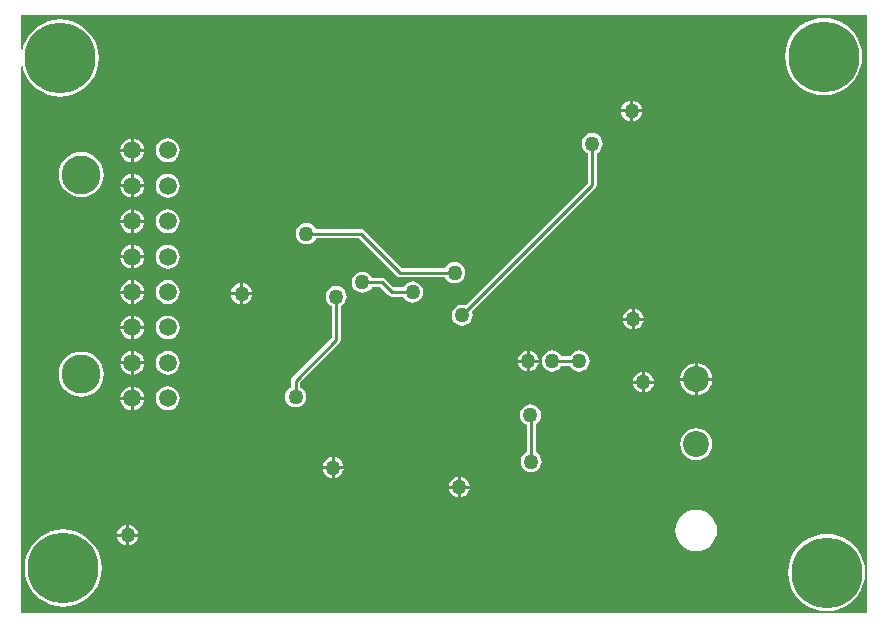
<source format=gbl>
G04*
G04 #@! TF.GenerationSoftware,Altium Limited,Altium Designer,19.0.15 (446)*
G04*
G04 Layer_Physical_Order=2*
G04 Layer_Color=16711680*
%FSLAX25Y25*%
%MOIN*%
G70*
G01*
G75*
%ADD14C,0.01000*%
%ADD50C,0.23622*%
%ADD51C,0.05906*%
%ADD52C,0.12992*%
%ADD53C,0.08661*%
%ADD54C,0.05000*%
G36*
X282500D02*
X500D01*
Y182129D01*
X1000Y182188D01*
X1278Y181029D01*
X2050Y179166D01*
X3104Y177447D01*
X4413Y175913D01*
X5947Y174604D01*
X7666Y173550D01*
X9529Y172778D01*
X11490Y172308D01*
X13500Y172149D01*
X15510Y172308D01*
X17471Y172778D01*
X19334Y173550D01*
X21053Y174604D01*
X22587Y175913D01*
X23896Y177447D01*
X24950Y179166D01*
X25722Y181029D01*
X26192Y182990D01*
X26351Y185000D01*
X26192Y187010D01*
X25722Y188971D01*
X24950Y190834D01*
X23896Y192553D01*
X22587Y194087D01*
X21053Y195396D01*
X19334Y196450D01*
X17471Y197222D01*
X15510Y197692D01*
X13500Y197851D01*
X11490Y197692D01*
X9529Y197222D01*
X7666Y196450D01*
X5947Y195396D01*
X4413Y194087D01*
X3104Y192553D01*
X2050Y190834D01*
X1278Y188971D01*
X1000Y187812D01*
X500Y187871D01*
Y199500D01*
X282500D01*
Y0D01*
D02*
G37*
%LPC*%
G36*
X268000Y198351D02*
X265990Y198192D01*
X264029Y197722D01*
X262166Y196950D01*
X260447Y195896D01*
X258913Y194587D01*
X257604Y193053D01*
X256550Y191334D01*
X255778Y189471D01*
X255308Y187510D01*
X255149Y185500D01*
X255308Y183490D01*
X255778Y181529D01*
X256550Y179666D01*
X257604Y177947D01*
X258913Y176413D01*
X260447Y175104D01*
X262166Y174050D01*
X264029Y173278D01*
X265990Y172808D01*
X268000Y172649D01*
X270010Y172808D01*
X271971Y173278D01*
X273834Y174050D01*
X275553Y175104D01*
X277087Y176413D01*
X278396Y177947D01*
X279450Y179666D01*
X280222Y181529D01*
X280692Y183490D01*
X280851Y185500D01*
X280692Y187510D01*
X280222Y189471D01*
X279450Y191334D01*
X278396Y193053D01*
X277087Y194587D01*
X275553Y195896D01*
X273834Y196950D01*
X271971Y197722D01*
X270010Y198192D01*
X268000Y198351D01*
D02*
G37*
G36*
X204453Y170854D02*
Y167890D01*
X207417D01*
X207363Y168303D01*
X207010Y169155D01*
X206449Y169886D01*
X205718Y170447D01*
X204866Y170800D01*
X204453Y170854D01*
D02*
G37*
G36*
X203453D02*
X203039Y170800D01*
X202188Y170447D01*
X201456Y169886D01*
X200896Y169155D01*
X200543Y168303D01*
X200488Y167890D01*
X203453D01*
Y170854D01*
D02*
G37*
G36*
X207417Y166890D02*
X204453D01*
Y163925D01*
X204866Y163980D01*
X205718Y164332D01*
X206449Y164893D01*
X207010Y165625D01*
X207363Y166476D01*
X207417Y166890D01*
D02*
G37*
G36*
X203453D02*
X200488D01*
X200543Y166476D01*
X200896Y165625D01*
X201456Y164893D01*
X202188Y164332D01*
X203039Y163980D01*
X203453Y163925D01*
Y166890D01*
D02*
G37*
G36*
X38000Y158165D02*
Y154744D01*
X41421D01*
X41351Y155276D01*
X40953Y156237D01*
X40319Y157063D01*
X39493Y157697D01*
X38532Y158095D01*
X38000Y158165D01*
D02*
G37*
G36*
X37000D02*
X36468Y158095D01*
X35507Y157697D01*
X34681Y157063D01*
X34047Y156237D01*
X33649Y155276D01*
X33579Y154744D01*
X37000D01*
Y158165D01*
D02*
G37*
G36*
X41421Y153744D02*
X38000D01*
Y150323D01*
X38532Y150393D01*
X39493Y150791D01*
X40319Y151425D01*
X40953Y152251D01*
X41351Y153212D01*
X41421Y153744D01*
D02*
G37*
G36*
X37000D02*
X33579D01*
X33649Y153212D01*
X34047Y152251D01*
X34681Y151425D01*
X35507Y150791D01*
X36468Y150393D01*
X37000Y150323D01*
Y153744D01*
D02*
G37*
G36*
X49311Y158231D02*
X48279Y158095D01*
X47318Y157697D01*
X46492Y157063D01*
X45858Y156237D01*
X45460Y155276D01*
X45324Y154244D01*
X45460Y153212D01*
X45858Y152251D01*
X46492Y151425D01*
X47318Y150791D01*
X48279Y150393D01*
X49311Y150257D01*
X50343Y150393D01*
X51304Y150791D01*
X52130Y151425D01*
X52764Y152251D01*
X53162Y153212D01*
X53298Y154244D01*
X53162Y155276D01*
X52764Y156237D01*
X52130Y157063D01*
X51304Y157697D01*
X50343Y158095D01*
X49311Y158231D01*
D02*
G37*
G36*
X38000Y146354D02*
Y142933D01*
X41421D01*
X41351Y143465D01*
X40953Y144427D01*
X40319Y145252D01*
X39493Y145886D01*
X38532Y146284D01*
X38000Y146354D01*
D02*
G37*
G36*
X37000D02*
X36468Y146284D01*
X35507Y145886D01*
X34681Y145252D01*
X34047Y144427D01*
X33649Y143465D01*
X33579Y142933D01*
X37000D01*
Y146354D01*
D02*
G37*
G36*
X20492Y153706D02*
X19023Y153561D01*
X17610Y153132D01*
X16307Y152436D01*
X15166Y151499D01*
X14229Y150358D01*
X13533Y149056D01*
X13104Y147643D01*
X12960Y146173D01*
X13104Y144704D01*
X13533Y143291D01*
X14229Y141989D01*
X15166Y140847D01*
X16307Y139910D01*
X17610Y139214D01*
X19023Y138786D01*
X20492Y138641D01*
X21962Y138786D01*
X23375Y139214D01*
X24677Y139910D01*
X25818Y140847D01*
X26755Y141989D01*
X27451Y143291D01*
X27880Y144704D01*
X28025Y146173D01*
X27880Y147643D01*
X27451Y149056D01*
X26755Y150358D01*
X25818Y151499D01*
X24677Y152436D01*
X23375Y153132D01*
X21962Y153561D01*
X20492Y153706D01*
D02*
G37*
G36*
X41421Y141933D02*
X38000D01*
Y138512D01*
X38532Y138582D01*
X39493Y138980D01*
X40319Y139614D01*
X40953Y140440D01*
X41351Y141401D01*
X41421Y141933D01*
D02*
G37*
G36*
X37000D02*
X33579D01*
X33649Y141401D01*
X34047Y140440D01*
X34681Y139614D01*
X35507Y138980D01*
X36468Y138582D01*
X37000Y138512D01*
Y141933D01*
D02*
G37*
G36*
X49311Y146420D02*
X48279Y146284D01*
X47318Y145886D01*
X46492Y145252D01*
X45858Y144427D01*
X45460Y143465D01*
X45324Y142433D01*
X45460Y141401D01*
X45858Y140440D01*
X46492Y139614D01*
X47318Y138980D01*
X48279Y138582D01*
X49311Y138446D01*
X50343Y138582D01*
X51304Y138980D01*
X52130Y139614D01*
X52764Y140440D01*
X53162Y141401D01*
X53298Y142433D01*
X53162Y143465D01*
X52764Y144427D01*
X52130Y145252D01*
X51304Y145886D01*
X50343Y146284D01*
X49311Y146420D01*
D02*
G37*
G36*
X38000Y134543D02*
Y131122D01*
X41421D01*
X41351Y131654D01*
X40953Y132615D01*
X40319Y133441D01*
X39493Y134075D01*
X38532Y134473D01*
X38000Y134543D01*
D02*
G37*
G36*
X37000D02*
X36468Y134473D01*
X35507Y134075D01*
X34681Y133441D01*
X34047Y132615D01*
X33649Y131654D01*
X33579Y131122D01*
X37000D01*
Y134543D01*
D02*
G37*
G36*
X41421Y130122D02*
X38000D01*
Y126701D01*
X38532Y126771D01*
X39493Y127169D01*
X40319Y127803D01*
X40953Y128629D01*
X41351Y129590D01*
X41421Y130122D01*
D02*
G37*
G36*
X37000D02*
X33579D01*
X33649Y129590D01*
X34047Y128629D01*
X34681Y127803D01*
X35507Y127169D01*
X36468Y126771D01*
X37000Y126701D01*
Y130122D01*
D02*
G37*
G36*
X49311Y134609D02*
X48279Y134473D01*
X47318Y134075D01*
X46492Y133441D01*
X45858Y132615D01*
X45460Y131654D01*
X45324Y130622D01*
X45460Y129590D01*
X45858Y128629D01*
X46492Y127803D01*
X47318Y127169D01*
X48279Y126771D01*
X49311Y126635D01*
X50343Y126771D01*
X51304Y127169D01*
X52130Y127803D01*
X52764Y128629D01*
X53162Y129590D01*
X53298Y130622D01*
X53162Y131654D01*
X52764Y132615D01*
X52130Y133441D01*
X51304Y134075D01*
X50343Y134473D01*
X49311Y134609D01*
D02*
G37*
G36*
X38000Y122732D02*
Y119311D01*
X41421D01*
X41351Y119843D01*
X40953Y120804D01*
X40319Y121630D01*
X39493Y122264D01*
X38532Y122662D01*
X38000Y122732D01*
D02*
G37*
G36*
X37000D02*
X36468Y122662D01*
X35507Y122264D01*
X34681Y121630D01*
X34047Y120804D01*
X33649Y119843D01*
X33579Y119311D01*
X37000D01*
Y122732D01*
D02*
G37*
G36*
X41421Y118311D02*
X38000D01*
Y114890D01*
X38532Y114960D01*
X39493Y115358D01*
X40319Y115992D01*
X40953Y116818D01*
X41351Y117779D01*
X41421Y118311D01*
D02*
G37*
G36*
X37000D02*
X33579D01*
X33649Y117779D01*
X34047Y116818D01*
X34681Y115992D01*
X35507Y115358D01*
X36468Y114960D01*
X37000Y114890D01*
Y118311D01*
D02*
G37*
G36*
X49311Y122798D02*
X48279Y122662D01*
X47318Y122264D01*
X46492Y121630D01*
X45858Y120804D01*
X45460Y119843D01*
X45324Y118811D01*
X45460Y117779D01*
X45858Y116818D01*
X46492Y115992D01*
X47318Y115358D01*
X48279Y114960D01*
X49311Y114824D01*
X50343Y114960D01*
X51304Y115358D01*
X52130Y115992D01*
X52764Y116818D01*
X53162Y117779D01*
X53298Y118811D01*
X53162Y119843D01*
X52764Y120804D01*
X52130Y121630D01*
X51304Y122264D01*
X50343Y122662D01*
X49311Y122798D01*
D02*
G37*
G36*
X95561Y130030D02*
X94647Y129910D01*
X93796Y129557D01*
X93065Y128996D01*
X92504Y128265D01*
X92151Y127414D01*
X92031Y126500D01*
X92151Y125586D01*
X92504Y124735D01*
X93065Y124004D01*
X93796Y123443D01*
X94647Y123090D01*
X95561Y122970D01*
X96475Y123090D01*
X97326Y123443D01*
X98057Y124004D01*
X98618Y124735D01*
X98716Y124971D01*
X113125D01*
X125721Y112375D01*
X126217Y112044D01*
X126802Y111927D01*
X141845D01*
X141943Y111692D01*
X142504Y110960D01*
X143235Y110399D01*
X144086Y110047D01*
X145000Y109926D01*
X145914Y110047D01*
X146765Y110399D01*
X147496Y110960D01*
X148057Y111692D01*
X148410Y112543D01*
X148530Y113457D01*
X148410Y114370D01*
X148057Y115222D01*
X147496Y115953D01*
X146765Y116514D01*
X145914Y116867D01*
X145000Y116987D01*
X144086Y116867D01*
X143235Y116514D01*
X142504Y115953D01*
X141943Y115222D01*
X141845Y114986D01*
X127436D01*
X114840Y127581D01*
X114344Y127913D01*
X113759Y128029D01*
X98716D01*
X98618Y128265D01*
X98057Y128996D01*
X97326Y129557D01*
X96475Y129910D01*
X95561Y130030D01*
D02*
G37*
G36*
X38000Y110921D02*
Y107500D01*
X41421D01*
X41351Y108032D01*
X40953Y108993D01*
X40319Y109819D01*
X39493Y110453D01*
X38532Y110851D01*
X38000Y110921D01*
D02*
G37*
G36*
X37000D02*
X36468Y110851D01*
X35507Y110453D01*
X34681Y109819D01*
X34047Y108993D01*
X33649Y108032D01*
X33579Y107500D01*
X37000D01*
Y110921D01*
D02*
G37*
G36*
X74500Y109964D02*
Y107000D01*
X77464D01*
X77410Y107414D01*
X77057Y108265D01*
X76496Y108996D01*
X75765Y109557D01*
X74914Y109910D01*
X74500Y109964D01*
D02*
G37*
G36*
X73500D02*
X73086Y109910D01*
X72235Y109557D01*
X71504Y108996D01*
X70943Y108265D01*
X70590Y107414D01*
X70536Y107000D01*
X73500D01*
Y109964D01*
D02*
G37*
G36*
X114279Y113786D02*
X113366Y113666D01*
X112514Y113313D01*
X111783Y112752D01*
X111222Y112021D01*
X110870Y111170D01*
X110749Y110256D01*
X110870Y109342D01*
X111222Y108491D01*
X111783Y107760D01*
X112514Y107199D01*
X113366Y106846D01*
X114279Y106726D01*
X115193Y106846D01*
X116045Y107199D01*
X116776Y107760D01*
X117337Y108491D01*
X117434Y108727D01*
X120063D01*
X122871Y105919D01*
X123368Y105587D01*
X123953Y105471D01*
X127845D01*
X127943Y105235D01*
X128504Y104504D01*
X129235Y103943D01*
X130086Y103590D01*
X131000Y103470D01*
X131914Y103590D01*
X132765Y103943D01*
X133496Y104504D01*
X134057Y105235D01*
X134410Y106086D01*
X134530Y107000D01*
X134410Y107914D01*
X134057Y108765D01*
X133496Y109496D01*
X132765Y110057D01*
X131914Y110410D01*
X131000Y110530D01*
X130086Y110410D01*
X129235Y110057D01*
X128504Y109496D01*
X127943Y108765D01*
X127845Y108529D01*
X124586D01*
X121778Y111337D01*
X121282Y111669D01*
X120697Y111785D01*
X117434D01*
X117337Y112021D01*
X116776Y112752D01*
X116045Y113313D01*
X115193Y113666D01*
X114279Y113786D01*
D02*
G37*
G36*
X41421Y106500D02*
X38000D01*
Y103079D01*
X38532Y103149D01*
X39493Y103547D01*
X40319Y104181D01*
X40953Y105007D01*
X41351Y105968D01*
X41421Y106500D01*
D02*
G37*
G36*
X37000D02*
X33579D01*
X33649Y105968D01*
X34047Y105007D01*
X34681Y104181D01*
X35507Y103547D01*
X36468Y103149D01*
X37000Y103079D01*
Y106500D01*
D02*
G37*
G36*
X77464Y106000D02*
X74500D01*
Y103036D01*
X74914Y103090D01*
X75765Y103443D01*
X76496Y104004D01*
X77057Y104735D01*
X77410Y105586D01*
X77464Y106000D01*
D02*
G37*
G36*
X73500D02*
X70536D01*
X70590Y105586D01*
X70943Y104735D01*
X71504Y104004D01*
X72235Y103443D01*
X73086Y103090D01*
X73500Y103036D01*
Y106000D01*
D02*
G37*
G36*
X49311Y110987D02*
X48279Y110851D01*
X47318Y110453D01*
X46492Y109819D01*
X45858Y108993D01*
X45460Y108032D01*
X45324Y107000D01*
X45460Y105968D01*
X45858Y105007D01*
X46492Y104181D01*
X47318Y103547D01*
X48279Y103149D01*
X49311Y103013D01*
X50343Y103149D01*
X51304Y103547D01*
X52130Y104181D01*
X52764Y105007D01*
X53162Y105968D01*
X53298Y107000D01*
X53162Y108032D01*
X52764Y108993D01*
X52130Y109819D01*
X51304Y110453D01*
X50343Y110851D01*
X49311Y110987D01*
D02*
G37*
G36*
X190854Y160030D02*
X189941Y159910D01*
X189089Y159557D01*
X188358Y158996D01*
X187797Y158265D01*
X187444Y157414D01*
X187324Y156500D01*
X187444Y155586D01*
X187797Y154735D01*
X188358Y154004D01*
X189089Y153443D01*
X189325Y153345D01*
Y143244D01*
X148649Y102568D01*
X148414Y102666D01*
X147500Y102786D01*
X146586Y102666D01*
X145735Y102313D01*
X145004Y101752D01*
X144443Y101021D01*
X144090Y100170D01*
X143970Y99256D01*
X144090Y98342D01*
X144443Y97491D01*
X145004Y96760D01*
X145735Y96199D01*
X146586Y95846D01*
X147500Y95726D01*
X148414Y95846D01*
X149265Y96199D01*
X149996Y96760D01*
X150557Y97491D01*
X150910Y98342D01*
X151030Y99256D01*
X150910Y100170D01*
X150812Y100405D01*
X191936Y141529D01*
X192267Y142025D01*
X192384Y142610D01*
Y153345D01*
X192619Y153443D01*
X193351Y154004D01*
X193912Y154735D01*
X194264Y155586D01*
X194385Y156500D01*
X194264Y157414D01*
X193912Y158265D01*
X193351Y158996D01*
X192619Y159557D01*
X191768Y159910D01*
X190854Y160030D01*
D02*
G37*
G36*
X205000Y101464D02*
Y98500D01*
X207964D01*
X207910Y98914D01*
X207557Y99765D01*
X206996Y100496D01*
X206265Y101057D01*
X205414Y101410D01*
X205000Y101464D01*
D02*
G37*
G36*
X204000D02*
X203586Y101410D01*
X202735Y101057D01*
X202004Y100496D01*
X201443Y99765D01*
X201090Y98914D01*
X201036Y98500D01*
X204000D01*
Y101464D01*
D02*
G37*
G36*
X38000Y99110D02*
Y95689D01*
X41421D01*
X41351Y96221D01*
X40953Y97182D01*
X40319Y98008D01*
X39493Y98642D01*
X38532Y99040D01*
X38000Y99110D01*
D02*
G37*
G36*
X37000D02*
X36468Y99040D01*
X35507Y98642D01*
X34681Y98008D01*
X34047Y97182D01*
X33649Y96221D01*
X33579Y95689D01*
X37000D01*
Y99110D01*
D02*
G37*
G36*
X207964Y97500D02*
X205000D01*
Y94536D01*
X205414Y94590D01*
X206265Y94943D01*
X206996Y95504D01*
X207557Y96235D01*
X207910Y97086D01*
X207964Y97500D01*
D02*
G37*
G36*
X204000D02*
X201036D01*
X201090Y97086D01*
X201443Y96235D01*
X202004Y95504D01*
X202735Y94943D01*
X203586Y94590D01*
X204000Y94536D01*
Y97500D01*
D02*
G37*
G36*
X41421Y94689D02*
X38000D01*
Y91268D01*
X38532Y91338D01*
X39493Y91736D01*
X40319Y92370D01*
X40953Y93195D01*
X41351Y94157D01*
X41421Y94689D01*
D02*
G37*
G36*
X37000D02*
X33579D01*
X33649Y94157D01*
X34047Y93195D01*
X34681Y92370D01*
X35507Y91736D01*
X36468Y91338D01*
X37000Y91268D01*
Y94689D01*
D02*
G37*
G36*
X49311Y99176D02*
X48279Y99040D01*
X47318Y98642D01*
X46492Y98008D01*
X45858Y97182D01*
X45460Y96221D01*
X45324Y95189D01*
X45460Y94157D01*
X45858Y93195D01*
X46492Y92370D01*
X47318Y91736D01*
X48279Y91338D01*
X49311Y91202D01*
X50343Y91338D01*
X51304Y91736D01*
X52130Y92370D01*
X52764Y93195D01*
X53162Y94157D01*
X53298Y95189D01*
X53162Y96221D01*
X52764Y97182D01*
X52130Y98008D01*
X51304Y98642D01*
X50343Y99040D01*
X49311Y99176D01*
D02*
G37*
G36*
X186500Y87530D02*
X185586Y87410D01*
X184735Y87057D01*
X184004Y86496D01*
X183443Y85765D01*
X183345Y85529D01*
X180655D01*
X180557Y85765D01*
X179996Y86496D01*
X179265Y87057D01*
X178414Y87410D01*
X177500Y87530D01*
X176586Y87410D01*
X175735Y87057D01*
X175004Y86496D01*
X174443Y85765D01*
X174090Y84914D01*
X173970Y84000D01*
X174090Y83086D01*
X174443Y82235D01*
X175004Y81504D01*
X175735Y80943D01*
X176586Y80590D01*
X177500Y80470D01*
X178414Y80590D01*
X179265Y80943D01*
X179996Y81504D01*
X180557Y82235D01*
X180655Y82471D01*
X183345D01*
X183443Y82235D01*
X184004Y81504D01*
X184735Y80943D01*
X185586Y80590D01*
X186500Y80470D01*
X187414Y80590D01*
X188265Y80943D01*
X188996Y81504D01*
X189557Y82235D01*
X189910Y83086D01*
X190030Y84000D01*
X189910Y84914D01*
X189557Y85765D01*
X188996Y86496D01*
X188265Y87057D01*
X187414Y87410D01*
X186500Y87530D01*
D02*
G37*
G36*
X170000Y87464D02*
Y84500D01*
X172964D01*
X172910Y84914D01*
X172557Y85765D01*
X171996Y86496D01*
X171265Y87057D01*
X170414Y87410D01*
X170000Y87464D01*
D02*
G37*
G36*
X169000D02*
X168586Y87410D01*
X167735Y87057D01*
X167004Y86496D01*
X166443Y85765D01*
X166090Y84914D01*
X166036Y84500D01*
X169000D01*
Y87464D01*
D02*
G37*
G36*
X38000Y87299D02*
Y83878D01*
X41421D01*
X41351Y84410D01*
X40953Y85371D01*
X40319Y86197D01*
X39493Y86831D01*
X38532Y87229D01*
X38000Y87299D01*
D02*
G37*
G36*
X37000D02*
X36468Y87229D01*
X35507Y86831D01*
X34681Y86197D01*
X34047Y85371D01*
X33649Y84410D01*
X33579Y83878D01*
X37000D01*
Y87299D01*
D02*
G37*
G36*
X172964Y83500D02*
X170000D01*
Y80536D01*
X170414Y80590D01*
X171265Y80943D01*
X171996Y81504D01*
X172557Y82235D01*
X172910Y83086D01*
X172964Y83500D01*
D02*
G37*
G36*
X169000D02*
X166036D01*
X166090Y83086D01*
X166443Y82235D01*
X167004Y81504D01*
X167735Y80943D01*
X168586Y80590D01*
X169000Y80536D01*
Y83500D01*
D02*
G37*
G36*
X41421Y82878D02*
X38000D01*
Y79457D01*
X38532Y79527D01*
X39493Y79925D01*
X40319Y80559D01*
X40953Y81384D01*
X41351Y82346D01*
X41421Y82878D01*
D02*
G37*
G36*
X37000D02*
X33579D01*
X33649Y82346D01*
X34047Y81384D01*
X34681Y80559D01*
X35507Y79925D01*
X36468Y79527D01*
X37000Y79457D01*
Y82878D01*
D02*
G37*
G36*
X49311Y87365D02*
X48279Y87229D01*
X47318Y86831D01*
X46492Y86197D01*
X45858Y85371D01*
X45460Y84410D01*
X45324Y83378D01*
X45460Y82346D01*
X45858Y81384D01*
X46492Y80559D01*
X47318Y79925D01*
X48279Y79527D01*
X49311Y79391D01*
X50343Y79527D01*
X51304Y79925D01*
X52130Y80559D01*
X52764Y81384D01*
X53162Y82346D01*
X53298Y83378D01*
X53162Y84410D01*
X52764Y85371D01*
X52130Y86197D01*
X51304Y86831D01*
X50343Y87229D01*
X49311Y87365D01*
D02*
G37*
G36*
X226000Y83205D02*
Y78394D01*
X230811D01*
X230694Y79285D01*
X230156Y80582D01*
X229302Y81696D01*
X228188Y82550D01*
X226892Y83087D01*
X226000Y83205D01*
D02*
G37*
G36*
X225000D02*
X224108Y83087D01*
X222812Y82550D01*
X221698Y81696D01*
X220844Y80582D01*
X220306Y79285D01*
X220189Y78394D01*
X225000D01*
Y83205D01*
D02*
G37*
G36*
X208388Y80464D02*
Y77500D01*
X211352D01*
X211298Y77914D01*
X210945Y78765D01*
X210384Y79496D01*
X209653Y80057D01*
X208802Y80410D01*
X208388Y80464D01*
D02*
G37*
G36*
X207388D02*
X206975Y80410D01*
X206123Y80057D01*
X205392Y79496D01*
X204831Y78765D01*
X204478Y77914D01*
X204424Y77500D01*
X207388D01*
Y80464D01*
D02*
G37*
G36*
X211352Y76500D02*
X208388D01*
Y73536D01*
X208802Y73590D01*
X209653Y73943D01*
X210384Y74504D01*
X210945Y75235D01*
X211298Y76086D01*
X211352Y76500D01*
D02*
G37*
G36*
X207388D02*
X204424D01*
X204478Y76086D01*
X204831Y75235D01*
X205392Y74504D01*
X206123Y73943D01*
X206975Y73590D01*
X207388Y73536D01*
Y76500D01*
D02*
G37*
G36*
X230811Y77394D02*
X226000D01*
Y72583D01*
X226892Y72700D01*
X228188Y73237D01*
X229302Y74092D01*
X230156Y75205D01*
X230694Y76502D01*
X230811Y77394D01*
D02*
G37*
G36*
X225000D02*
X220189D01*
X220306Y76502D01*
X220844Y75205D01*
X221698Y74092D01*
X222812Y73237D01*
X224108Y72700D01*
X225000Y72583D01*
Y77394D01*
D02*
G37*
G36*
X20492Y87170D02*
X19023Y87025D01*
X17610Y86597D01*
X16307Y85901D01*
X15166Y84964D01*
X14229Y83823D01*
X13533Y82520D01*
X13104Y81107D01*
X12960Y79638D01*
X13104Y78168D01*
X13533Y76755D01*
X14229Y75453D01*
X15166Y74312D01*
X16307Y73375D01*
X17610Y72679D01*
X19023Y72250D01*
X20492Y72105D01*
X21962Y72250D01*
X23375Y72679D01*
X24677Y73375D01*
X25818Y74312D01*
X26755Y75453D01*
X27451Y76755D01*
X27880Y78168D01*
X28025Y79638D01*
X27880Y81107D01*
X27451Y82520D01*
X26755Y83823D01*
X25818Y84964D01*
X24677Y85901D01*
X23375Y86597D01*
X21962Y87025D01*
X20492Y87170D01*
D02*
G37*
G36*
X38000Y75488D02*
Y72067D01*
X41421D01*
X41351Y72599D01*
X40953Y73560D01*
X40319Y74386D01*
X39493Y75020D01*
X38532Y75418D01*
X38000Y75488D01*
D02*
G37*
G36*
X37000D02*
X36468Y75418D01*
X35507Y75020D01*
X34681Y74386D01*
X34047Y73560D01*
X33649Y72599D01*
X33579Y72067D01*
X37000D01*
Y75488D01*
D02*
G37*
G36*
X105500Y109030D02*
X104586Y108910D01*
X103735Y108557D01*
X103004Y107996D01*
X102443Y107265D01*
X102090Y106414D01*
X101970Y105500D01*
X102090Y104586D01*
X102443Y103735D01*
X103004Y103004D01*
X103735Y102443D01*
X103971Y102345D01*
Y91633D01*
X90919Y78581D01*
X90587Y78085D01*
X90471Y77500D01*
Y75222D01*
X90235Y75124D01*
X89504Y74563D01*
X88943Y73832D01*
X88590Y72981D01*
X88470Y72067D01*
X88590Y71153D01*
X88943Y70302D01*
X89504Y69571D01*
X90235Y69010D01*
X91086Y68657D01*
X92000Y68537D01*
X92914Y68657D01*
X93765Y69010D01*
X94496Y69571D01*
X95057Y70302D01*
X95410Y71153D01*
X95530Y72067D01*
X95410Y72981D01*
X95057Y73832D01*
X94496Y74563D01*
X93765Y75124D01*
X93529Y75222D01*
Y76867D01*
X106581Y89919D01*
X106913Y90415D01*
X107029Y91000D01*
Y102345D01*
X107265Y102443D01*
X107996Y103004D01*
X108557Y103735D01*
X108910Y104586D01*
X109030Y105500D01*
X108910Y106414D01*
X108557Y107265D01*
X107996Y107996D01*
X107265Y108557D01*
X106414Y108910D01*
X105500Y109030D01*
D02*
G37*
G36*
X41421Y71067D02*
X38000D01*
Y67646D01*
X38532Y67716D01*
X39493Y68114D01*
X40319Y68748D01*
X40953Y69573D01*
X41351Y70535D01*
X41421Y71067D01*
D02*
G37*
G36*
X37000D02*
X33579D01*
X33649Y70535D01*
X34047Y69573D01*
X34681Y68748D01*
X35507Y68114D01*
X36468Y67716D01*
X37000Y67646D01*
Y71067D01*
D02*
G37*
G36*
X49311Y75554D02*
X48279Y75418D01*
X47318Y75020D01*
X46492Y74386D01*
X45858Y73560D01*
X45460Y72599D01*
X45324Y71567D01*
X45460Y70535D01*
X45858Y69573D01*
X46492Y68748D01*
X47318Y68114D01*
X48279Y67716D01*
X49311Y67580D01*
X50343Y67716D01*
X51304Y68114D01*
X52130Y68748D01*
X52764Y69573D01*
X53162Y70535D01*
X53298Y71567D01*
X53162Y72599D01*
X52764Y73560D01*
X52130Y74386D01*
X51304Y75020D01*
X50343Y75418D01*
X49311Y75554D01*
D02*
G37*
G36*
X225500Y61617D02*
X224108Y61434D01*
X222812Y60896D01*
X221698Y60042D01*
X220844Y58929D01*
X220306Y57632D01*
X220123Y56240D01*
X220306Y54849D01*
X220844Y53552D01*
X221698Y52438D01*
X222812Y51584D01*
X224108Y51047D01*
X225500Y50863D01*
X226892Y51047D01*
X228188Y51584D01*
X229302Y52438D01*
X230156Y53552D01*
X230694Y54849D01*
X230877Y56240D01*
X230694Y57632D01*
X230156Y58929D01*
X229302Y60042D01*
X228188Y60896D01*
X226892Y61434D01*
X225500Y61617D01*
D02*
G37*
G36*
X105000Y51964D02*
Y49000D01*
X107964D01*
X107910Y49414D01*
X107557Y50265D01*
X106996Y50996D01*
X106265Y51557D01*
X105414Y51910D01*
X105000Y51964D01*
D02*
G37*
G36*
X104000D02*
X103586Y51910D01*
X102735Y51557D01*
X102004Y50996D01*
X101443Y50265D01*
X101090Y49414D01*
X101036Y49000D01*
X104000D01*
Y51964D01*
D02*
G37*
G36*
X170280Y69530D02*
X169366Y69410D01*
X168514Y69057D01*
X167783Y68496D01*
X167222Y67765D01*
X166870Y66914D01*
X166749Y66000D01*
X166870Y65086D01*
X167222Y64235D01*
X167783Y63504D01*
X168514Y62943D01*
X168971Y62754D01*
Y53655D01*
X168735Y53557D01*
X168004Y52996D01*
X167443Y52265D01*
X167090Y51414D01*
X166970Y50500D01*
X167090Y49586D01*
X167443Y48735D01*
X168004Y48004D01*
X168735Y47443D01*
X169586Y47090D01*
X170500Y46970D01*
X171414Y47090D01*
X172265Y47443D01*
X172996Y48004D01*
X173557Y48735D01*
X173910Y49586D01*
X174030Y50500D01*
X173910Y51414D01*
X173557Y52265D01*
X172996Y52996D01*
X172265Y53557D01*
X172029Y53655D01*
Y62937D01*
X172045Y62943D01*
X172776Y63504D01*
X173337Y64235D01*
X173689Y65086D01*
X173810Y66000D01*
X173689Y66914D01*
X173337Y67765D01*
X172776Y68496D01*
X172045Y69057D01*
X171193Y69410D01*
X170280Y69530D01*
D02*
G37*
G36*
X107964Y48000D02*
X105000D01*
Y45036D01*
X105414Y45090D01*
X106265Y45443D01*
X106996Y46004D01*
X107557Y46735D01*
X107910Y47586D01*
X107964Y48000D01*
D02*
G37*
G36*
X104000D02*
X101036D01*
X101090Y47586D01*
X101443Y46735D01*
X102004Y46004D01*
X102735Y45443D01*
X103586Y45090D01*
X104000Y45036D01*
Y48000D01*
D02*
G37*
G36*
X147000Y45464D02*
Y42500D01*
X149964D01*
X149910Y42914D01*
X149557Y43765D01*
X148996Y44496D01*
X148265Y45057D01*
X147414Y45410D01*
X147000Y45464D01*
D02*
G37*
G36*
X146000D02*
X145586Y45410D01*
X144735Y45057D01*
X144004Y44496D01*
X143443Y43765D01*
X143090Y42914D01*
X143036Y42500D01*
X146000D01*
Y45464D01*
D02*
G37*
G36*
X149964Y41500D02*
X147000D01*
Y38536D01*
X147414Y38590D01*
X148265Y38943D01*
X148996Y39504D01*
X149557Y40235D01*
X149910Y41086D01*
X149964Y41500D01*
D02*
G37*
G36*
X146000D02*
X143036D01*
X143090Y41086D01*
X143443Y40235D01*
X144004Y39504D01*
X144735Y38943D01*
X145586Y38590D01*
X146000Y38536D01*
Y41500D01*
D02*
G37*
G36*
X36500Y29464D02*
Y26500D01*
X39464D01*
X39410Y26914D01*
X39057Y27765D01*
X38496Y28496D01*
X37765Y29057D01*
X36914Y29410D01*
X36500Y29464D01*
D02*
G37*
G36*
X35500D02*
X35086Y29410D01*
X34235Y29057D01*
X33504Y28496D01*
X32943Y27765D01*
X32590Y26914D01*
X32536Y26500D01*
X35500D01*
Y29464D01*
D02*
G37*
G36*
X39464Y25500D02*
X36500D01*
Y22536D01*
X36914Y22590D01*
X37765Y22943D01*
X38496Y23504D01*
X39057Y24235D01*
X39410Y25086D01*
X39464Y25500D01*
D02*
G37*
G36*
X35500D02*
X32536D01*
X32590Y25086D01*
X32943Y24235D01*
X33504Y23504D01*
X34235Y22943D01*
X35086Y22590D01*
X35500Y22536D01*
Y25500D01*
D02*
G37*
G36*
X225500Y34439D02*
X224146Y34306D01*
X222845Y33911D01*
X221645Y33270D01*
X220593Y32407D01*
X219730Y31355D01*
X219089Y30155D01*
X218694Y28854D01*
X218561Y27500D01*
X218694Y26146D01*
X219089Y24845D01*
X219730Y23645D01*
X220593Y22593D01*
X221645Y21731D01*
X222845Y21089D01*
X224146Y20694D01*
X225500Y20561D01*
X226854Y20694D01*
X228155Y21089D01*
X229355Y21731D01*
X230407Y22593D01*
X231270Y23645D01*
X231911Y24845D01*
X232306Y26146D01*
X232439Y27500D01*
X232306Y28854D01*
X231911Y30155D01*
X231270Y31355D01*
X230407Y32407D01*
X229355Y33270D01*
X228155Y33911D01*
X226854Y34306D01*
X225500Y34439D01*
D02*
G37*
G36*
X14500Y27851D02*
X12490Y27692D01*
X10529Y27222D01*
X8666Y26450D01*
X6947Y25396D01*
X5413Y24087D01*
X4104Y22553D01*
X3050Y20834D01*
X2278Y18971D01*
X1808Y17010D01*
X1649Y15000D01*
X1808Y12990D01*
X2278Y11029D01*
X3050Y9166D01*
X4104Y7447D01*
X5413Y5913D01*
X6947Y4604D01*
X8666Y3550D01*
X10529Y2778D01*
X12490Y2308D01*
X14500Y2149D01*
X16510Y2308D01*
X18471Y2778D01*
X20334Y3550D01*
X22053Y4604D01*
X23587Y5913D01*
X24896Y7447D01*
X25950Y9166D01*
X26722Y11029D01*
X27192Y12990D01*
X27351Y15000D01*
X27192Y17010D01*
X26722Y18971D01*
X25950Y20834D01*
X24896Y22553D01*
X23587Y24087D01*
X22053Y25396D01*
X20334Y26450D01*
X18471Y27222D01*
X16510Y27692D01*
X14500Y27851D01*
D02*
G37*
G36*
X269000Y26351D02*
X266990Y26192D01*
X265029Y25722D01*
X263166Y24950D01*
X261447Y23896D01*
X259913Y22587D01*
X258604Y21053D01*
X257550Y19334D01*
X256778Y17471D01*
X256308Y15510D01*
X256149Y13500D01*
X256308Y11490D01*
X256778Y9529D01*
X257550Y7666D01*
X258604Y5947D01*
X259913Y4413D01*
X261447Y3104D01*
X263166Y2050D01*
X265029Y1278D01*
X266990Y808D01*
X269000Y649D01*
X271010Y808D01*
X272971Y1278D01*
X274834Y2050D01*
X276553Y3104D01*
X278087Y4413D01*
X279396Y5947D01*
X280450Y7666D01*
X281222Y9529D01*
X281692Y11490D01*
X281851Y13500D01*
X281692Y15510D01*
X281222Y17471D01*
X280450Y19334D01*
X279396Y21053D01*
X278087Y22587D01*
X276553Y23896D01*
X274834Y24950D01*
X272971Y25722D01*
X271010Y26192D01*
X269000Y26351D01*
D02*
G37*
%LPD*%
D14*
X95561Y126500D02*
X113759D01*
X126802Y113457D01*
X145000D01*
X123953Y107000D02*
X131000D01*
X120697Y110256D02*
X123953Y107000D01*
X114279Y110256D02*
X120697D01*
X190854Y142610D02*
Y156500D01*
X147500Y99256D02*
X190854Y142610D01*
X177500Y84000D02*
X186500D01*
X92000Y72067D02*
Y77500D01*
X105500Y91000D01*
Y105500D01*
X170500Y50500D02*
Y65780D01*
X170280Y66000D02*
X170500Y65780D01*
D50*
X269000Y13500D02*
D03*
X14500Y15000D02*
D03*
X268000Y185500D02*
D03*
X13500Y185000D02*
D03*
D51*
X37500Y154244D02*
D03*
Y142433D02*
D03*
Y130622D02*
D03*
Y118811D02*
D03*
Y107000D02*
D03*
Y95189D02*
D03*
Y83378D02*
D03*
Y71567D02*
D03*
X49311D02*
D03*
Y83378D02*
D03*
Y95189D02*
D03*
Y107000D02*
D03*
Y118811D02*
D03*
Y130622D02*
D03*
Y142433D02*
D03*
Y154244D02*
D03*
D52*
X20492Y146173D02*
D03*
Y79638D02*
D03*
D53*
X225500Y56240D02*
D03*
Y77894D02*
D03*
D54*
X95561Y126500D02*
D03*
X145000Y113457D02*
D03*
X131000Y107000D02*
D03*
X147500Y99256D02*
D03*
X190854Y156500D02*
D03*
X169500Y84000D02*
D03*
X186500D02*
D03*
X92000Y72067D02*
D03*
X105500Y105500D02*
D03*
X177500Y84000D02*
D03*
X170500Y50500D02*
D03*
X170280Y66000D02*
D03*
X114279Y110256D02*
D03*
X203953Y167390D02*
D03*
X146500Y42000D02*
D03*
X104500Y48500D02*
D03*
X74000Y106500D02*
D03*
X36000Y26000D02*
D03*
X207888Y77000D02*
D03*
X204500Y98000D02*
D03*
M02*

</source>
